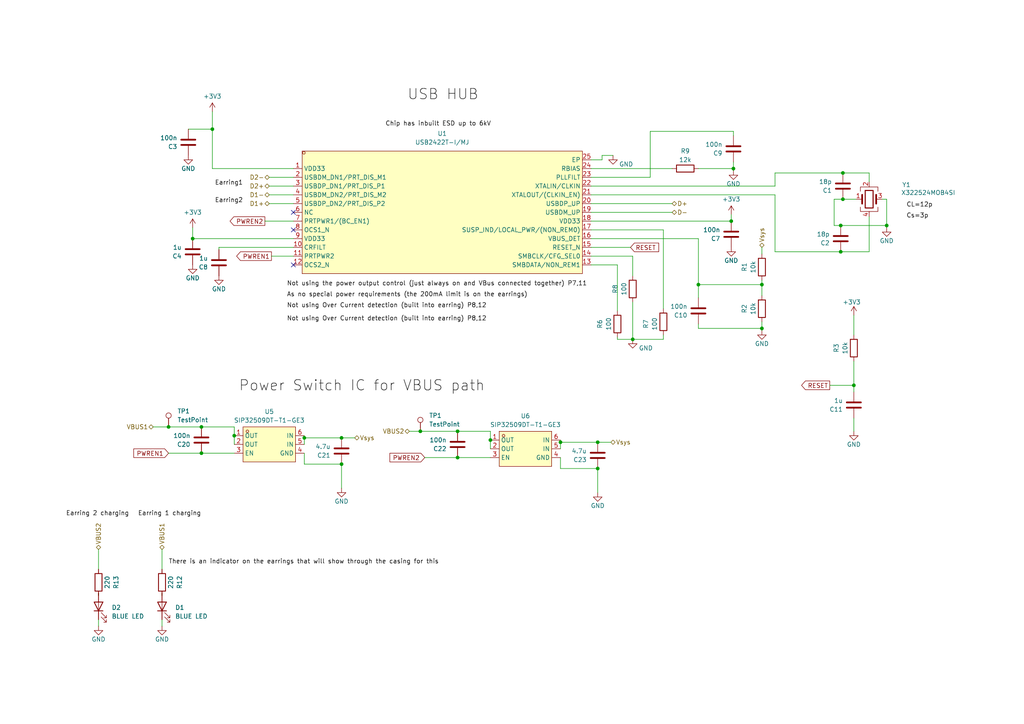
<source format=kicad_sch>
(kicad_sch (version 20230121) (generator eeschema)
  (paper "A4")
  (lib_symbols
    (symbol "Connector:TestPoint" (pin_numbers hide) (pin_names (offset 0.762) hide)
      (property "Reference" "TP" (at 0 6.858 0))
      (property "Value" "TestPoint" (at 0 5.08 0))
      (symbol "TestPoint_0_1"
        (circle (center 0 3.302) (radius 0.762))
      )
      (symbol "TestPoint_1_1"
        (pin passive line (at 0 0 90) (length 2.54) (name "1") (number "1"))
      )
    )
    (symbol "Device:C" (pin_numbers hide) (pin_names (offset 0.254))
      (property "Reference" "C" (at 0.635 2.54 0))
      (property "Value" "C" (at 0.635 -2.54 0))
      (symbol "C_0_1"
        (polyline (pts (xy -2.032 -0.762) (xy 2.032 -0.762)) (stroke (width 0.508)))
        (polyline (pts (xy -2.032 0.762) (xy 2.032 0.762)) (stroke (width 0.508)))
      )
      (symbol "C_1_1"
        (pin passive line (at 0 3.81 270) (length 2.794) (name "~") (number "1"))
        (pin passive line (at 0 -3.81 90) (length 2.794) (name "~") (number "2"))
      )
    )
    (symbol "Device:Crystal_GND24" (pin_names (offset 1.016) hide)
      (property "Reference" "Y" (at 3.175 5.08 0))
      (property "Value" "Crystal_GND24" (at 3.175 3.175 0))
      (symbol "Crystal_GND24_0_1"
        (rectangle (start -1.143 2.54) (end 1.143 -2.54) (stroke (width 0.3048)))
        (polyline (pts (xy -2.54 0) (xy -2.032 0)))
        (polyline (pts (xy -2.032 -1.27) (xy -2.032 1.27)) (stroke (width 0.508)))
        (polyline (pts (xy 0 -3.81) (xy 0 -3.556)))
        (polyline (pts (xy 0 3.556) (xy 0 3.81)))
        (polyline (pts (xy 2.032 -1.27) (xy 2.032 1.27)) (stroke (width 0.508)))
        (polyline (pts (xy 2.032 0) (xy 2.54 0)))
        (polyline (pts (xy -2.54 -2.286) (xy -2.54 -3.556) (xy 2.54 -3.556) (xy 2.54 -2.286)))
        (polyline (pts (xy -2.54 2.286) (xy -2.54 3.556) (xy 2.54 3.556) (xy 2.54 2.286)))
      )
      (symbol "Crystal_GND24_1_1"
        (pin passive line (at -3.81 0 0) (length 1.27) (name "1") (number "1"))
        (pin passive line (at 0 5.08 270) (length 1.27) (name "2") (number "2"))
        (pin passive line (at 3.81 0 180) (length 1.27) (name "3") (number "3"))
        (pin passive line (at 0 -5.08 90) (length 1.27) (name "4") (number "4"))
      )
    )
    (symbol "Device:LED" (pin_numbers hide) (pin_names (offset 1.016) hide)
      (property "Reference" "D" (at 0 2.54 0))
      (property "Value" "LED" (at 0 -2.54 0))
      (symbol "LED_0_1"
        (polyline (pts (xy -1.27 -1.27) (xy -1.27 1.27)) (stroke (width 0.254)))
        (polyline (pts (xy -1.27 0) (xy 1.27 0)))
        (polyline (pts (xy 1.27 -1.27) (xy 1.27 1.27) (xy -1.27 0) (xy 1.27 -1.27)) (stroke (width 0.254)))
        (polyline (pts (xy -3.048 -0.762) (xy -4.572 -2.286) (xy -3.81 -2.286) (xy -4.572 -2.286) (xy -4.572 -1.524)))
        (polyline (pts (xy -1.778 -0.762) (xy -3.302 -2.286) (xy -2.54 -2.286) (xy -3.302 -2.286) (xy -3.302 -1.524)))
      )
      (symbol "LED_1_1"
        (pin passive line (at -3.81 0 0) (length 2.54) (name "K") (number "1"))
        (pin passive line (at 3.81 0 180) (length 2.54) (name "A") (number "2"))
      )
    )
    (symbol "Device:R" (pin_numbers hide) (pin_names (offset 0))
      (property "Reference" "R" (at 2.032 0 90))
      (property "Value" "R" (at 0 0 90))
      (symbol "R_0_1"
        (rectangle (start -1.016 -2.54) (end 1.016 2.54) (stroke (width 0.254)))
      )
      (symbol "R_1_1"
        (pin passive line (at 0 3.81 270) (length 1.27) (name "~") (number "1"))
        (pin passive line (at 0 -3.81 90) (length 1.27) (name "~") (number "2"))
      )
    )
    (symbol "easyeda2kicad:SIP32509DT-T1-GE3"
      (property "Reference" "U" (at 0 7.62 0))
      (property "Value" "SIP32509DT-T1-GE3" (at 0 -7.62 0))
      (symbol "SIP32509DT-T1-GE3_0_1"
        (rectangle (start -7.62 5.08) (end 7.62 -5.08) (fill (type background)))
        (circle (center -6.35 3.81) (radius 0.38))
        (pin unspecified line (at -10.16 2.54 0) (length 2.54) (name "OUT") (number "1"))
        (pin unspecified line (at -10.16 0 0) (length 2.54) (name "OUT") (number "2"))
        (pin unspecified line (at -10.16 -2.54 0) (length 2.54) (name "EN") (number "3"))
        (pin unspecified line (at 10.16 -2.54 180) (length 2.54) (name "GND") (number "4"))
        (pin unspecified line (at 10.16 0 180) (length 2.54) (name "IN") (number "5"))
        (pin unspecified line (at 10.16 2.54 180) (length 2.54) (name "IN") (number "6"))
      )
    )
    (symbol "easyeda2kicad:USB2422T-I_MJ"
      (property "Reference" "U" (at 0 20.32 0))
      (property "Value" "USB2422T-I/MJ" (at 0 -20.32 0))
      (symbol "USB2422T-I_MJ_0_1"
        (rectangle (start -40.64 17.78) (end 40.64 -17.78) (fill (type background)))
        (circle (center -40.13 17.27) (radius 0.38))
        (pin unspecified line (at -43.18 12.7 0) (length 2.54) (name "VDD33") (number "1"))
        (pin unspecified line (at -43.18 -10.16 0) (length 2.54) (name "CRFILT") (number "10"))
        (pin unspecified line (at -43.18 -12.7 0) (length 2.54) (name "PRTPWR2") (number "11"))
        (pin unspecified line (at -43.18 -15.24 0) (length 2.54) (name "OCS2_N") (number "12"))
        (pin unspecified line (at 43.18 -15.24 180) (length 2.54) (name "SMBDATA/NON_REM1") (number "13"))
        (pin unspecified line (at 43.18 -12.7 180) (length 2.54) (name "SMBCLK/CFG_SEL0") (number "14"))
        (pin unspecified line (at 43.18 -10.16 180) (length 2.54) (name "RESET_N") (number "15"))
        (pin unspecified line (at 43.18 -7.62 180) (length 2.54) (name "VBUS_DET") (number "16"))
        (pin unspecified line (at 43.18 -5.08 180) (length 2.54) (name "SUSP_IND/LOCAL_PWR/(NON_REM0)") (number "17"))
        (pin unspecified line (at 43.18 -2.54 180) (length 2.54) (name "VDD33") (number "18"))
        (pin unspecified line (at 43.18 0 180) (length 2.54) (name "USBDM_UP") (number "19"))
        (pin unspecified line (at -43.18 10.16 0) (length 2.54) (name "USBDM_DN1/PRT_DIS_M1") (number "2"))
        (pin unspecified line (at 43.18 2.54 180) (length 2.54) (name "USBDP_UP") (number "20"))
        (pin unspecified line (at 43.18 5.08 180) (length 2.54) (name "XTALOUT/(CLKIN_EN)") (number "21"))
        (pin unspecified line (at 43.18 7.62 180) (length 2.54) (name "XTALIN/CLKIN") (number "22"))
        (pin unspecified line (at 43.18 10.16 180) (length 2.54) (name "PLLFILT") (number "23"))
        (pin unspecified line (at 43.18 12.7 180) (length 2.54) (name "RBIAS") (number "24"))
        (pin unspecified line (at 43.18 15.24 180) (length 2.54) (name "EP") (number "25"))
        (pin unspecified line (at -43.18 7.62 0) (length 2.54) (name "USBDP_DN1/PRT_DIS_P1") (number "3"))
        (pin unspecified line (at -43.18 5.08 0) (length 2.54) (name "USBDM_DN2/PRT_DIS_M2") (number "4"))
        (pin unspecified line (at -43.18 2.54 0) (length 2.54) (name "USBDP_DN2/PRT_DIS_P2") (number "5"))
        (pin unspecified line (at -43.18 0 0) (length 2.54) (name "NC") (number "6"))
        (pin unspecified line (at -43.18 -2.54 0) (length 2.54) (name "PRTPWR1/(BC_EN1)") (number "7"))
        (pin unspecified line (at -43.18 -5.08 0) (length 2.54) (name "OCS1_N") (number "8"))
        (pin unspecified line (at -43.18 -7.62 0) (length 2.54) (name "VDD33") (number "9"))
      )
    )
    (symbol "power:+3V3" (power) (pin_names (offset 0))
      (property "Value" "+3V3" (at 0 3.556 0))
      (symbol "+3V3_0_1"
        (polyline (pts (xy -0.762 1.27) (xy 0 2.54)))
        (polyline (pts (xy 0 0) (xy 0 2.54)))
        (polyline (pts (xy 0 2.54) (xy 0.762 1.27)))
      )
      (symbol "+3V3_1_1"
        (pin power_in line (at 0 0 90) (length 0) hide (name "+3V3") (number "1"))
      )
    )
    (symbol "power:GND" (power) (pin_names (offset 0))
      (property "Value" "GND" (at 0 -3.81 0))
      (symbol "GND_0_1"
        (polyline (pts (xy 0 0) (xy 0 -1.27) (xy 1.27 -1.27) (xy 0 -2.54) (xy -1.27 -1.27) (xy 0 -1.27)))
      )
      (symbol "GND_1_1"
        (pin power_in line (at 0 0 270) (length 0) hide (name "GND") (number "1"))
      )
    )
  )
  (junction (at 99.06 127))
  (junction (at 243.84 73.025))
  (junction (at 183.515 98.425))
  (junction (at 244.475 57.785))
  (junction (at 212.725 48.895))
  (junction (at 247.65 111.76))
  (junction (at 132.715 132.715))
  (junction (at 173.355 128.27))
  (junction (at 48.895 123.825))
  (junction (at 88.265 127))
  (junction (at 58.42 123.825))
  (junction (at 162.56 128.27))
  (junction (at 202.565 82.55))
  (junction (at 220.98 95.25))
  (junction (at 99.06 134.62))
  (junction (at 121.92 125.095))
  (junction (at 243.84 65.405))
  (junction (at 67.945 126.365))
  (junction (at 132.715 125.095))
  (junction (at 55.88 69.215))
  (junction (at 220.98 82.55))
  (junction (at 212.09 64.135))
  (junction (at 142.24 127.635))
  (junction (at 244.475 50.165))
  (junction (at 173.355 135.89))
  (junction (at 61.595 37.465))
  (junction (at 58.42 131.445))
  (junction (at 257.175 65.405))
  (no_connect (at 85.09 66.675))
  (no_connect (at 85.09 61.595))
  (no_connect (at 85.09 76.835))
  (wire (pts (xy 244.475 50.165) (xy 252.095 50.165)))
  (wire (pts (xy 247.65 111.76) (xy 247.65 104.775)))
  (wire (pts (xy 99.06 127) (xy 102.87 127)))
  (wire (pts (xy 220.98 95.885) (xy 220.98 95.25)))
  (wire (pts (xy 188.595 38.1) (xy 212.725 38.1)))
  (wire (pts (xy 55.88 66.04) (xy 55.88 69.215)))
  (wire (pts (xy 212.725 49.53) (xy 212.725 48.895)))
  (wire (pts (xy 67.945 123.825) (xy 67.945 126.365)))
  (wire (pts (xy 220.98 85.725) (xy 220.98 82.55)))
  (wire (pts (xy 171.45 59.055) (xy 194.945 59.055)))
  (wire (pts (xy 179.07 98.425) (xy 179.07 97.79)))
  (wire (pts (xy 220.98 95.25) (xy 220.98 93.345)))
  (wire (pts (xy 118.745 125.095) (xy 121.92 125.095)))
  (wire (pts (xy 171.45 61.595) (xy 194.945 61.595)))
  (wire (pts (xy 63.5 72.39) (xy 63.5 71.755)))
  (wire (pts (xy 220.98 73.66) (xy 220.98 71.755)))
  (wire (pts (xy 182.88 71.755) (xy 171.45 71.755)))
  (wire (pts (xy 171.45 74.295) (xy 183.515 74.295)))
  (wire (pts (xy 162.56 135.89) (xy 162.56 132.715)))
  (wire (pts (xy 188.595 51.435) (xy 188.595 38.1)))
  (wire (pts (xy 54.61 37.465) (xy 61.595 37.465)))
  (wire (pts (xy 248.285 57.785) (xy 244.475 57.785)))
  (wire (pts (xy 202.565 82.55) (xy 202.565 69.215)))
  (wire (pts (xy 220.98 81.28) (xy 220.98 82.55)))
  (wire (pts (xy 202.565 82.55) (xy 202.565 86.36)))
  (wire (pts (xy 55.88 69.215) (xy 85.09 69.215)))
  (wire (pts (xy 171.45 64.135) (xy 212.09 64.135)))
  (wire (pts (xy 46.99 159.385) (xy 46.99 165.1)))
  (wire (pts (xy 202.565 95.25) (xy 202.565 93.98)))
  (wire (pts (xy 88.265 127) (xy 88.265 128.905)))
  (wire (pts (xy 257.175 57.785) (xy 255.905 57.785)))
  (wire (pts (xy 247.65 91.44) (xy 247.65 97.155)))
  (wire (pts (xy 132.715 132.715) (xy 142.24 132.715)))
  (wire (pts (xy 244.475 57.785) (xy 241.935 57.785)))
  (wire (pts (xy 142.24 127.635) (xy 142.24 130.175)))
  (wire (pts (xy 171.45 48.895) (xy 194.945 48.895)))
  (wire (pts (xy 183.515 98.425) (xy 179.07 98.425)))
  (wire (pts (xy 247.65 111.76) (xy 247.65 113.665)))
  (wire (pts (xy 241.935 57.785) (xy 241.935 65.405)))
  (wire (pts (xy 162.56 128.27) (xy 162.56 130.175)))
  (wire (pts (xy 171.45 51.435) (xy 188.595 51.435)))
  (wire (pts (xy 224.79 73.025) (xy 243.84 73.025)))
  (wire (pts (xy 88.265 134.62) (xy 88.265 131.445)))
  (wire (pts (xy 183.515 80.01) (xy 183.515 74.295)))
  (wire (pts (xy 174.625 46.355) (xy 171.45 46.355)))
  (wire (pts (xy 192.405 97.155) (xy 192.405 98.425)))
  (wire (pts (xy 28.575 179.705) (xy 28.575 181.61)))
  (wire (pts (xy 243.84 65.405) (xy 257.175 65.405)))
  (wire (pts (xy 173.355 135.89) (xy 162.56 135.89)))
  (wire (pts (xy 202.565 95.25) (xy 220.98 95.25)))
  (wire (pts (xy 46.99 172.72) (xy 46.99 172.085)))
  (wire (pts (xy 78.105 56.515) (xy 85.09 56.515)))
  (wire (pts (xy 61.595 37.465) (xy 61.595 48.895)))
  (wire (pts (xy 240.665 111.76) (xy 247.65 111.76)))
  (wire (pts (xy 88.265 127) (xy 99.06 127)))
  (wire (pts (xy 48.895 123.825) (xy 58.42 123.825)))
  (wire (pts (xy 67.945 126.365) (xy 67.945 128.905)))
  (wire (pts (xy 132.715 125.095) (xy 142.24 125.095)))
  (wire (pts (xy 78.105 59.055) (xy 85.09 59.055)))
  (wire (pts (xy 61.595 32.385) (xy 61.595 37.465)))
  (wire (pts (xy 28.575 172.72) (xy 28.575 172.085)))
  (wire (pts (xy 174.625 45.085) (xy 174.625 46.355)))
  (wire (pts (xy 58.42 123.825) (xy 67.945 123.825)))
  (wire (pts (xy 171.45 66.675) (xy 192.405 66.675)))
  (wire (pts (xy 76.835 64.135) (xy 85.09 64.135)))
  (wire (pts (xy 252.095 73.025) (xy 252.095 62.865)))
  (wire (pts (xy 123.19 132.715) (xy 132.715 132.715)))
  (wire (pts (xy 243.84 73.025) (xy 252.095 73.025)))
  (wire (pts (xy 212.725 46.99) (xy 212.725 48.895)))
  (wire (pts (xy 224.79 50.165) (xy 244.475 50.165)))
  (wire (pts (xy 241.935 65.405) (xy 243.84 65.405)))
  (wire (pts (xy 224.79 73.025) (xy 224.79 56.515)))
  (wire (pts (xy 48.895 131.445) (xy 58.42 131.445)))
  (wire (pts (xy 257.175 65.405) (xy 257.175 57.785)))
  (wire (pts (xy 162.56 128.27) (xy 162.56 127.635)))
  (wire (pts (xy 44.45 123.825) (xy 48.895 123.825)))
  (wire (pts (xy 177.8 45.085) (xy 174.625 45.085)))
  (wire (pts (xy 171.45 69.215) (xy 202.565 69.215)))
  (wire (pts (xy 99.06 141.605) (xy 99.06 134.62)))
  (wire (pts (xy 212.725 38.1) (xy 212.725 39.37)))
  (wire (pts (xy 63.5 71.755) (xy 85.09 71.755)))
  (wire (pts (xy 171.45 56.515) (xy 224.79 56.515)))
  (wire (pts (xy 121.92 125.095) (xy 132.715 125.095)))
  (wire (pts (xy 162.56 128.27) (xy 173.355 128.27)))
  (wire (pts (xy 171.45 53.975) (xy 224.79 53.975)))
  (wire (pts (xy 192.405 89.535) (xy 192.405 66.675)))
  (wire (pts (xy 202.565 48.895) (xy 212.725 48.895)))
  (wire (pts (xy 78.74 74.295) (xy 85.09 74.295)))
  (wire (pts (xy 99.06 134.62) (xy 88.265 134.62)))
  (wire (pts (xy 88.265 127) (xy 88.265 126.365)))
  (wire (pts (xy 46.99 179.705) (xy 46.99 181.61)))
  (wire (pts (xy 252.095 50.165) (xy 252.095 52.705)))
  (wire (pts (xy 58.42 131.445) (xy 67.945 131.445)))
  (wire (pts (xy 28.575 159.385) (xy 28.575 165.1)))
  (wire (pts (xy 247.65 121.285) (xy 247.65 125.095)))
  (wire (pts (xy 224.79 50.165) (xy 224.79 53.975)))
  (wire (pts (xy 179.07 90.17) (xy 179.07 76.835)))
  (wire (pts (xy 212.09 62.23) (xy 212.09 64.135)))
  (wire (pts (xy 142.24 125.095) (xy 142.24 127.635)))
  (wire (pts (xy 192.405 98.425) (xy 183.515 98.425)))
  (wire (pts (xy 173.355 142.875) (xy 173.355 135.89)))
  (wire (pts (xy 78.105 51.435) (xy 85.09 51.435)))
  (wire (pts (xy 183.515 87.63) (xy 183.515 98.425)))
  (wire (pts (xy 257.175 66.04) (xy 257.175 65.405)))
  (wire (pts (xy 78.105 53.975) (xy 85.09 53.975)))
  (wire (pts (xy 85.09 48.895) (xy 61.595 48.895)))
  (wire (pts (xy 202.565 82.55) (xy 220.98 82.55)))
  (wire (pts (xy 171.45 76.835) (xy 179.07 76.835)))
  (wire (pts (xy 173.355 128.27) (xy 177.165 128.27)))
  (label "Earring2" (at 70.485 59.055 180))
  (label "USB HUB" (at 118.11 29.845 0) (effects (font (size 3 3))))
  (label "Cs=3p" (at 262.89 63.5 0))
  (label "Earring 2 charging" (at 37.465 149.86 180))
  (label "Not using Over Current detection (built into earring) P8,12" (at 83.185 93.345 0))
  (label "Earring 1 charging" (at 40.005 149.86 0))
  (label "Chip has inbuilt ESD up to 6kV" (at 111.76 36.83 0))
  (label "CL=12p" (at 262.89 60.325 0))
  (label "Not using the power output control (just always on and VBus connected together) P7,11" (at 83.185 83.185 0))
  (label "Power Switch IC for VBUS path" (at 69.215 114.3 0) (effects (font (size 3 3))))
  (label "There is an indicator on the earrings that will show through the casing for this" (at 48.895 163.83 0))
  (label "Earring1" (at 70.485 53.975 180))
  (label "As no special power requirements (the 200mA limit is on the earrings)" (at 83.185 86.36 0))
  (label "Not using Over Current detection (built into earring) P8,12" (at 83.185 89.535 0))
  (global_label "PWREN1" (shape output) (at 78.74 74.295 180) (property "Intersheetrefs" "${INTERSHEET_REFS}" (effects hide)))
  (global_label "PWREN1" (shape input) (at 48.895 131.445 180) (property "Intersheetrefs" "${INTERSHEET_REFS}" (effects hide)))
  (global_label "RESET" (shape input) (at 182.88 71.755 0) (property "Intersheetrefs" "${INTERSHEET_REFS}" (effects hide)))
  (global_label "PWREN2" (shape output) (at 76.835 64.135 180) (property "Intersheetrefs" "${INTERSHEET_REFS}" (effects hide)))
  (global_label "PWREN2" (shape input) (at 123.19 132.715 180) (property "Intersheetrefs" "${INTERSHEET_REFS}" (effects hide)))
  (global_label "RESET" (shape output) (at 240.665 111.76 180) (property "Intersheetrefs" "${INTERSHEET_REFS}" (effects hide)))
  (hierarchical_label "D-" (shape bidirectional) (at 194.945 61.595 0))
  (hierarchical_label "Vsys" (shape bidirectional) (at 220.98 71.755 90))
  (hierarchical_label "Vsys" (shape bidirectional) (at 102.87 127 0))
  (hierarchical_label "D1-" (shape bidirectional) (at 78.105 56.515 180))
  (hierarchical_label "D+" (shape bidirectional) (at 194.945 59.055 0))
  (hierarchical_label "VBUS1" (shape bidirectional) (at 44.45 123.825 180))
  (hierarchical_label "D2+" (shape bidirectional) (at 78.105 53.975 180))
  (hierarchical_label "VBUS1" (shape bidirectional) (at 46.99 159.385 90))
  (hierarchical_label "D1+" (shape bidirectional) (at 78.105 59.055 180))
  (hierarchical_label "VBUS2" (shape bidirectional) (at 28.575 159.385 90))
  (hierarchical_label "D2-" (shape bidirectional) (at 78.105 51.435 180))
  (hierarchical_label "VBUS2" (shape bidirectional) (at 118.745 125.095 180))
  (hierarchical_label "Vsys" (shape bidirectional) (at 177.165 128.27 0))
  (symbol (lib_id "Device:R") (at 28.575 168.91 0) (unit 1)
    (property "Reference" "R13" (at 33.655 168.91 90))
    (property "Value" "220" (at 31.115 168.91 90))
    (property "Footprint" "Resistor_SMD:R_0402_1005Metric_Pad0.72x0.64mm_HandSolder" (effects hide))
    (property "LCSC Part" "C112291" (effects hide))
    (instances (project "Dock" (path "" (reference "R13") (unit 1))) (project "BLEEarrings" (path "" (reference "R8") (unit 1)) (path "" (reference "R2") (unit 1))))
  )
  (symbol (lib_id "easyeda2kicad:SIP32509DT-T1-GE3") (at 152.4 130.175 0) (unit 1)
    (property "Reference" "U6" (at 152.4 120.65 0))
    (property "Value" "SIP32509DT-T1-GE3" (at 152.4 123.19 0))
    (property "Footprint" "Package_TO_SOT_SMD:SOT-23-6_Handsoldering" (effects hide))
    (property "Datasheet" "https://lcsc.com/product-detail/Others_Vishay-Intertech-SIP32509DT-T1-GE3_C335619.html" (effects hide))
    (property "LCSC Part" "C335619" (effects hide))
  )
  (symbol (lib_id "Connector:TestPoint") (at 121.92 125.095 0) (unit 1)
    (property "Reference" "TP1" (at 124.46 120.523 0) (effects (justify left)))
    (property "Value" "TestPoint" (at 124.46 123.063 0) (effects (justify left)))
    (property "Footprint" "TestPoint:TestPoint_Pad_D1.0mm" (effects hide))
    (instances (project "Dock" (path "" (reference "TP1") (unit 1)) (path "" (reference "TP6") (unit 1)) (path "" (reference "TP4") (unit 1))))
  )
  (symbol (lib_id "Device:C") (at 212.09 67.945 180) (unit 1)
    (property "Reference" "C7" (at 208.915 69.215 0) (effects (justify left)))
    (property "Value" "100n" (at 208.915 66.675 0) (effects (justify left)))
    (property "Footprint" "Capacitor_SMD:C_0402_1005Metric_Pad0.74x0.62mm_HandSolder" (effects hide))
    (property "LCSC Part" "C60474 " (effects hide))
    (instances (project "Dock" (path "" (reference "C7") (unit 1))) (project "BLEEarrings" (path "" (reference "C16") (unit 1))))
  )
  (symbol (lib_id "Device:C") (at 54.61 41.275 180) (unit 1)
    (property "Reference" "C3" (at 51.435 42.545 0) (effects (justify left)))
    (property "Value" "100n" (at 51.435 40.005 0) (effects (justify left)))
    (property "Footprint" "Capacitor_SMD:C_0402_1005Metric_Pad0.74x0.62mm_HandSolder" (effects hide))
    (property "LCSC Part" "C60474 " (effects hide))
    (instances (project "Dock" (path "" (reference "C3") (unit 1))) (project "BLEEarrings" (path "" (reference "C16") (unit 1))))
  )
  (symbol (lib_id "Device:R") (at 46.99 168.91 0) (unit 1)
    (property "Reference" "R12" (at 52.07 168.91 90))
    (property "Value" "220" (at 49.53 168.91 90))
    (property "Footprint" "Resistor_SMD:R_0402_1005Metric_Pad0.72x0.64mm_HandSolder" (effects hide))
    (property "LCSC Part" "C112291" (effects hide))
    (instances (project "Dock" (path "" (reference "R12") (unit 1))) (project "BLEEarrings" (path "" (reference "R8") (unit 1)) (path "" (reference "R2") (unit 1))))
  )
  (symbol (lib_id "Device:R") (at 247.65 100.965 180) (unit 1)
    (property "Reference" "R3" (at 242.57 100.965 90))
    (property "Value" "10k" (at 245.11 100.965 90))
    (property "Footprint" "Resistor_SMD:R_0402_1005Metric_Pad0.72x0.64mm_HandSolder" (effects hide))
    (property "LCSC Part" "C60490 " (effects hide))
    (instances (project "Dock" (path "" (reference "R3") (unit 1))) (project "BLEEarrings" (path "" (reference "R8") (unit 1)) (path "" (reference "R2") (unit 1))))
  )
  (symbol (lib_id "Connector:TestPoint") (at 48.895 123.825 0) (unit 1)
    (property "Reference" "TP1" (at 51.435 119.253 0) (effects (justify left)))
    (property "Value" "TestPoint" (at 51.435 121.793 0) (effects (justify left)))
    (property "Footprint" "TestPoint:TestPoint_Pad_D1.0mm" (effects hide))
    (instances (project "Dock" (path "" (reference "TP1") (unit 1)) (path "" (reference "TP6") (unit 1)) (path "" (reference "TP3") (unit 1))))
  )
  (symbol (lib_id "power:GND") (at 257.175 66.04 0) (unit 1)
    (property "Reference" "#PWR07" (effects hide))
    (property "Value" "GND" (at 257.175 69.85 0))
    (instances (project "Dock" (path "" (reference "#PWR07") (unit 1))) (project "BLEEarrings" (path "" (reference "#PWR013") (unit 1))))
  )
  (symbol (lib_id "easyeda2kicad:USB2422T-I_MJ") (at 128.27 61.595 0) (unit 1)
    (property "Reference" "U1" (at 128.27 38.735 0))
    (property "Value" "USB2422T-I/MJ" (at 128.27 41.275 0))
    (property "Footprint" "Package_DFN_QFN:HVQFN-24-1EP_4x4mm_P0.5mm_EP2.5x2.5mm_ThermalVias" (effects hide))
    (property "LCSC Part" "C622610" (effects hide))
  )
  (symbol (lib_id "Device:C") (at 173.355 132.08 180) (unit 1)
    (property "Reference" "C23" (at 170.18 133.35 0) (effects (justify left)))
    (property "Value" "4.7u" (at 170.18 130.81 0) (effects (justify left)))
    (property "Footprint" "Capacitor_SMD:C_0402_1005Metric_Pad0.74x0.62mm_HandSolder" (effects hide))
    (instances (project "Dock" (path "" (reference "C23") (unit 1))) (project "BLEEarrings" (path "" (reference "C16") (unit 1))))
  )
  (symbol (lib_id "power:GND") (at 173.355 142.875 0) (unit 1)
    (property "Reference" "#PWR028" (effects hide))
    (property "Value" "GND" (at 173.355 146.685 0))
    (instances (project "Dock" (path "" (reference "#PWR028") (unit 1))) (project "BLEEarrings" (path "" (reference "#PWR013") (unit 1))))
  )
  (symbol (lib_id "power:+3V3") (at 55.88 66.04 0) (mirror y) (unit 1)
    (property "Reference" "#PWR05" (effects hide))
    (property "Value" "+3V3" (at 55.88 61.595 0))
  )
  (symbol (lib_id "Device:R") (at 198.755 48.895 270) (mirror x) (unit 1)
    (property "Reference" "R9" (at 198.755 43.815 90))
    (property "Value" "12k" (at 198.755 46.355 90))
    (property "Footprint" "Resistor_SMD:R_0402_1005Metric_Pad0.72x0.64mm_HandSolder" (effects hide))
    (property "LCSC Part" "C137923" (effects hide))
    (instances (project "Dock" (path "" (reference "R9") (unit 1))) (project "BLEEarrings" (path "" (reference "R8") (unit 1)) (path "" (reference "R2") (unit 1))))
  )
  (symbol (lib_id "Device:R") (at 220.98 89.535 180) (unit 1)
    (property "Reference" "R2" (at 215.9 89.535 90))
    (property "Value" "10k" (at 218.44 89.535 90))
    (property "Footprint" "Resistor_SMD:R_0402_1005Metric_Pad0.72x0.64mm_HandSolder" (effects hide))
    (instances (project "Dock" (path "" (reference "R2") (unit 1))) (project "BLEEarrings" (path "" (reference "R8") (unit 1)) (path "" (reference "R2") (unit 1))))
  )
  (symbol (lib_id "Device:Crystal_GND24") (at 252.095 57.785 0) (unit 1)
    (property "Reference" "Y1" (at 262.89 53.5941 0))
    (property "Value" "X322524MOB4SI" (at 269.24 55.88 0))
    (property "Footprint" "easyeda2kicad:CRYSTAL-SMD_4P-L3.2-W2.5-BL" (effects hide))
    (property "LCSC Part" "C70590 " (effects hide))
  )
  (symbol (lib_id "power:GND") (at 177.8 45.085 0) (unit 1)
    (property "Reference" "#PWR029" (effects hide))
    (property "Value" "GND" (at 181.61 47.625 0))
    (instances (project "Dock" (path "" (reference "#PWR029") (unit 1))) (project "BLEEarrings" (path "" (reference "#PWR013") (unit 1))))
  )
  (symbol (lib_id "Device:C") (at 63.5 76.2 180) (unit 1)
    (property "Reference" "C8" (at 60.325 77.47 0) (effects (justify left)))
    (property "Value" "1u" (at 60.325 74.93 0) (effects (justify left)))
    (property "Footprint" "Capacitor_SMD:C_0402_1005Metric_Pad0.74x0.62mm_HandSolder" (effects hide))
    (property "LCSC Part" "C14445 " (effects hide))
    (instances (project "Dock" (path "" (reference "C8") (unit 1))) (project "BLEEarrings" (path "" (reference "C16") (unit 1))))
  )
  (symbol (lib_id "Device:C") (at 55.88 73.025 180) (unit 1)
    (property "Reference" "C4" (at 52.705 74.295 0) (effects (justify left)))
    (property "Value" "1u" (at 52.705 71.755 0) (effects (justify left)))
    (property "Footprint" "Capacitor_SMD:C_0402_1005Metric_Pad0.74x0.62mm_HandSolder" (effects hide))
    (property "LCSC Part" "C14445 " (effects hide))
    (instances (project "Dock" (path "" (reference "C4") (unit 1))) (project "BLEEarrings" (path "" (reference "C16") (unit 1))))
  )
  (symbol (lib_id "power:GND") (at 220.98 95.885 0) (unit 1)
    (property "Reference" "#PWR06" (effects hide))
    (property "Value" "GND" (at 220.98 99.695 0))
    (instances (project "Dock" (path "" (reference "#PWR06") (unit 1))) (project "BLEEarrings" (path "" (reference "#PWR013") (unit 1))))
  )
  (symbol (lib_id "Device:C") (at 202.565 90.17 180) (unit 1)
    (property "Reference" "C10" (at 199.39 91.44 0) (effects (justify left)))
    (property "Value" "100n" (at 199.39 88.9 0) (effects (justify left)))
    (property "Footprint" "Capacitor_SMD:C_0402_1005Metric_Pad0.74x0.62mm_HandSolder" (effects hide))
    (instances (project "Dock" (path "" (reference "C10") (unit 1))) (project "BLEEarrings" (path "" (reference "C16") (unit 1))))
  )
  (symbol (lib_id "Device:C") (at 132.715 128.905 180) (unit 1)
    (property "Reference" "C22" (at 129.54 130.175 0) (effects (justify left)))
    (property "Value" "100n" (at 129.54 127.635 0) (effects (justify left)))
    (property "Footprint" "Capacitor_SMD:C_0402_1005Metric_Pad0.74x0.62mm_HandSolder" (effects hide))
    (property "LCSC Part" "C60474 " (effects hide))
    (instances (project "Dock" (path "" (reference "C22") (unit 1))) (project "BLEEarrings" (path "" (reference "C16") (unit 1))))
  )
  (symbol (lib_id "power:GND") (at 28.575 181.61 0) (unit 1)
    (property "Reference" "#PWR019" (effects hide))
    (property "Value" "GND" (at 28.575 185.42 0))
    (instances (project "Dock" (path "" (reference "#PWR019") (unit 1))) (project "BLEEarrings" (path "" (reference "#PWR013") (unit 1))))
  )
  (symbol (lib_id "Device:C") (at 247.65 117.475 180) (unit 1)
    (property "Reference" "C11" (at 244.475 118.745 0) (effects (justify left)))
    (property "Value" "1u" (at 244.475 116.205 0) (effects (justify left)))
    (property "Footprint" "Capacitor_SMD:C_0402_1005Metric_Pad0.74x0.62mm_HandSolder" (effects hide))
    (property "LCSC Part" "C14445 " (effects hide))
    (instances (project "Dock" (path "" (reference "C11") (unit 1))) (project "BLEEarrings" (path "" (reference "C16") (unit 1))))
  )
  (symbol (lib_id "power:GND") (at 247.65 125.095 0) (unit 1)
    (property "Reference" "#PWR013" (effects hide))
    (property "Value" "GND" (at 247.65 128.905 0))
  )
  (symbol (lib_id "power:+3V3") (at 212.09 62.23 0) (mirror y) (unit 1)
    (property "Reference" "#PWR04" (effects hide))
    (property "Value" "+3V3" (at 212.09 57.785 0))
  )
  (symbol (lib_id "Device:R") (at 179.07 93.98 180) (unit 1)
    (property "Reference" "R6" (at 173.99 93.98 90))
    (property "Value" "100" (at 176.53 93.98 90))
    (property "Footprint" "Resistor_SMD:R_0402_1005Metric_Pad0.72x0.64mm_HandSolder" (effects hide))
    (property "LCSC Part" "C3015757 " (effects hide))
    (instances (project "Dock" (path "" (reference "R6") (unit 1))) (project "BLEEarrings" (path "" (reference "R8") (unit 1)) (path "" (reference "R2") (unit 1))))
  )
  (symbol (lib_id "Device:R") (at 183.515 83.82 180) (unit 1)
    (property "Reference" "R8" (at 178.435 83.82 90))
    (property "Value" "100" (at 180.975 83.82 90))
    (property "Footprint" "Resistor_SMD:R_0402_1005Metric_Pad0.72x0.64mm_HandSolder" (effects hide))
    (property "LCSC Part" "C3015757 " (effects hide))
    (instances (project "Dock" (path "" (reference "R8") (unit 1))) (project "BLEEarrings" (path "" (reference "R8") (unit 1)) (path "" (reference "R2") (unit 1))))
  )
  (symbol (lib_id "power:GND") (at 55.88 76.835 0) (unit 1)
    (property "Reference" "#PWR09" (effects hide))
    (property "Value" "GND" (at 55.88 80.645 0))
    (instances (project "Dock" (path "" (reference "#PWR09") (unit 1))) (project "BLEEarrings" (path "" (reference "#PWR013") (unit 1))))
  )
  (symbol (lib_id "Device:C") (at 212.725 43.18 180) (unit 1)
    (property "Reference" "C9" (at 209.55 44.45 0) (effects (justify left)))
    (property "Value" "100n" (at 209.55 41.91 0) (effects (justify left)))
    (property "Footprint" "Capacitor_SMD:C_0402_1005Metric_Pad0.74x0.62mm_HandSolder" (effects hide))
    (property "LCSC Part" "C60474 " (effects hide))
    (instances (project "Dock" (path "" (reference "C9") (unit 1))) (project "BLEEarrings" (path "" (reference "C16") (unit 1))))
  )
  (symbol (lib_id "power:GND") (at 46.99 181.61 0) (unit 1)
    (property "Reference" "#PWR017" (effects hide))
    (property "Value" "GND" (at 46.99 185.42 0))
    (instances (project "Dock" (path "" (reference "#PWR017") (unit 1))) (project "BLEEarrings" (path "" (reference "#PWR013") (unit 1))))
  )
  (symbol (lib_id "Device:C") (at 58.42 127.635 180) (unit 1)
    (property "Reference" "C20" (at 55.245 128.905 0) (effects (justify left)))
    (property "Value" "100n" (at 55.245 126.365 0) (effects (justify left)))
    (property "Footprint" "Capacitor_SMD:C_0402_1005Metric_Pad0.74x0.62mm_HandSolder" (effects hide))
    (property "LCSC Part" "C60474 " (effects hide))
    (instances (project "Dock" (path "" (reference "C20") (unit 1))) (project "BLEEarrings" (path "" (reference "C16") (unit 1))))
  )
  (symbol (lib_id "easyeda2kicad:SIP32509DT-T1-GE3") (at 78.105 128.905 0) (unit 1)
    (property "Reference" "U5" (at 78.105 119.38 0))
    (property "Value" "SIP32509DT-T1-GE3" (at 78.105 121.92 0))
    (property "Footprint" "Package_TO_SOT_SMD:SOT-23-6_Handsoldering" (effects hide))
    (property "Datasheet" "https://lcsc.com/product-detail/Others_Vishay-Intertech-SIP32509DT-T1-GE3_C335619.html" (effects hide))
    (property "LCSC Part" "C335619" (effects hide))
  )
  (symbol (lib_id "power:+3V3") (at 61.595 32.385 0) (mirror y) (unit 1)
    (property "Reference" "#PWR018" (effects hide))
    (property "Value" "+3V3" (at 61.595 27.94 0))
  )
  (symbol (lib_id "power:GND") (at 212.725 49.53 0) (unit 1)
    (property "Reference" "#PWR012" (effects hide))
    (property "Value" "GND" (at 212.725 53.34 0))
    (instances (project "Dock" (path "" (reference "#PWR012") (unit 1))) (project "BLEEarrings" (path "" (reference "#PWR013") (unit 1))))
  )
  (symbol (lib_id "Device:R") (at 192.405 93.345 180) (unit 1)
    (property "Reference" "R7" (at 187.325 93.98 90))
    (property "Value" "100" (at 189.865 93.98 90))
    (property "Footprint" "Resistor_SMD:R_0402_1005Metric_Pad0.72x0.64mm_HandSolder" (effects hide))
    (property "LCSC Part" "C3015757 " (effects hide))
    (instances (project "Dock" (path "" (reference "R7") (unit 1))) (project "BLEEarrings" (path "" (reference "R8") (unit 1)) (path "" (reference "R2") (unit 1))))
  )
  (symbol (lib_id "Device:C") (at 99.06 130.81 180) (unit 1)
    (property "Reference" "C21" (at 95.885 132.08 0) (effects (justify left)))
    (property "Value" "4.7u" (at 95.885 129.54 0) (effects (justify left)))
    (property "Footprint" "Capacitor_SMD:C_0402_1005Metric_Pad0.74x0.62mm_HandSolder" (effects hide))
    (instances (project "Dock" (path "" (reference "C21") (unit 1))) (project "BLEEarrings" (path "" (reference "C16") (unit 1))))
  )
  (symbol (lib_id "Device:R") (at 220.98 77.47 180) (unit 1)
    (property "Reference" "R1" (at 215.9 77.47 90))
    (property "Value" "10k" (at 218.44 77.47 90))
    (property "Footprint" "Resistor_SMD:R_0402_1005Metric_Pad0.72x0.64mm_HandSolder" (effects hide))
    (instances (project "Dock" (path "" (reference "R1") (unit 1))) (project "BLEEarrings" (path "" (reference "R8") (unit 1)) (path "" (reference "R2") (unit 1))))
  )
  (symbol (lib_id "Device:C") (at 243.84 69.215 180) (unit 1)
    (property "Reference" "C2" (at 240.665 70.485 0) (effects (justify left)))
    (property "Value" "18p" (at 240.665 67.945 0) (effects (justify left)))
    (property "Footprint" "Capacitor_SMD:C_0402_1005Metric_Pad0.74x0.62mm_HandSolder" (effects hide))
    (property "LCSC Part" "C5137554" (effects hide))
    (instances (project "Dock" (path "" (reference "C2") (unit 1))) (project "BLEEarrings" (path "" (reference "C16") (unit 1))))
  )
  (symbol (lib_id "power:+3V3") (at 247.65 91.44 0) (unit 1)
    (property "Reference" "#PWR014" (effects hide))
    (property "Value" "+3V3" (at 247.015 87.63 0))
  )
  (symbol (lib_id "power:GND") (at 63.5 80.01 0) (unit 1)
    (property "Reference" "#PWR011" (effects hide))
    (property "Value" "GND" (at 63.5 83.82 0))
    (instances (project "Dock" (path "" (reference "#PWR011") (unit 1))) (project "BLEEarrings" (path "" (reference "#PWR013") (unit 1))))
  )
  (symbol (lib_id "Device:LED") (at 28.575 175.895 90) (unit 1)
    (property "Reference" "D2" (at 32.385 176.2125 90) (effects (justify right)))
    (property "Value" "BLUE LED" (at 32.385 178.7525 90) (effects (justify right)))
    (property "Footprint" "LED_SMD:LED_0603_1608Metric_Pad1.05x0.95mm_HandSolder" (effects hide))
    (property "LCSC Part" "C7371904 " (effects hide))
  )
  (symbol (lib_id "power:GND") (at 99.06 141.605 0) (unit 1)
    (property "Reference" "#PWR027" (effects hide))
    (property "Value" "GND" (at 99.06 145.415 0))
    (instances (project "Dock" (path "" (reference "#PWR027") (unit 1))) (project "BLEEarrings" (path "" (reference "#PWR013") (unit 1))))
  )
  (symbol (lib_id "Device:C") (at 244.475 53.975 180) (unit 1)
    (property "Reference" "C1" (at 241.3 55.245 0) (effects (justify left)))
    (property "Value" "18p" (at 241.3 52.705 0) (effects (justify left)))
    (property "Footprint" "Capacitor_SMD:C_0402_1005Metric_Pad0.74x0.62mm_HandSolder" (effects hide))
    (property "LCSC Part" "C5137554" (effects hide))
    (instances (project "Dock" (path "" (reference "C1") (unit 1))) (project "BLEEarrings" (path "" (reference "C16") (unit 1))))
  )
  (symbol (lib_id "Device:LED") (at 46.99 175.895 90) (unit 1)
    (property "Reference" "D1" (at 50.8 176.2125 90) (effects (justify right)))
    (property "Value" "BLUE LED" (at 50.8 178.7525 90) (effects (justify right)))
    (property "Footprint" "LED_SMD:LED_0603_1608Metric_Pad1.05x0.95mm_HandSolder" (effects hide))
    (property "LCSC Part" "C7371904 " (effects hide))
  )
  (symbol (lib_id "power:GND") (at 183.515 98.425 0) (unit 1)
    (property "Reference" "#PWR016" (effects hide))
    (property "Value" "GND" (at 187.325 100.965 0))
    (instances (project "Dock" (path "" (reference "#PWR016") (unit 1))) (project "BLEEarrings" (path "" (reference "#PWR013") (unit 1))))
  )
  (symbol (lib_id "power:GND") (at 54.61 45.085 0) (unit 1)
    (property "Reference" "#PWR08" (effects hide))
    (property "Value" "GND" (at 54.61 48.895 0))
    (instances (project "Dock" (path "" (reference "#PWR08") (unit 1))) (project "BLEEarrings" (path "" (reference "#PWR013") (unit 1))))
  )
  (symbol (lib_id "power:GND") (at 212.09 71.755 0) (unit 1)
    (property "Reference" "#PWR010" (effects hide))
    (property "Value" "GND" (at 212.09 75.565 0))
    (instances (project "Dock" (path "" (reference "#PWR010") (unit 1))) (project "BLEEarrings" (path "" (reference "#PWR013") (unit 1))))
  )
)
</source>
